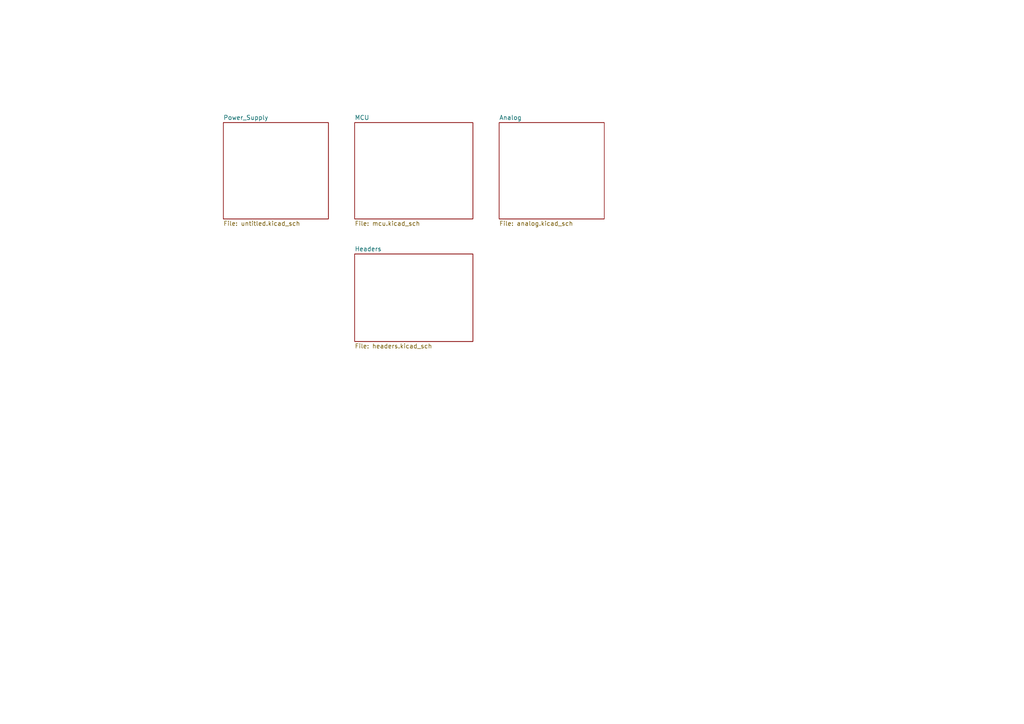
<source format=kicad_sch>
(kicad_sch (version 20230121) (generator eeschema)
  (paper "A4")
  (lib_symbols)
  (sheet (at 144.78 35.56) (size 30.48 27.94) (stroke (width 0.1524))
    (property "Sheetname" "Analog" (at 144.78 34.8484 0) (effects (justify left bottom)))
    (property "Sheetfile" "analog.kicad_sch" (at 144.78 64.0846 0) (effects (justify left top)))
  )
  (sheet (at 102.87 73.66) (size 34.29 25.4) (stroke (width 0.1524))
    (property "Sheetname" "Headers" (at 102.87 72.9484 0) (effects (justify left bottom)))
    (property "Sheetfile" "headers.kicad_sch" (at 102.87 99.6446 0) (effects (justify left top)))
  )
  (sheet (at 64.77 35.56) (size 30.48 27.94) (stroke (width 0.1524))
    (property "Sheetname" "Power_Supply" (at 64.77 34.8484 0) (effects (justify left bottom)))
    (property "Sheetfile" "untitled.kicad_sch" (at 64.77 64.0846 0) (effects (justify left top)))
  )
  (sheet (at 102.87 35.56) (size 34.29 27.94) (stroke (width 0.1524))
    (property "Sheetname" "MCU" (at 102.87 34.8484 0) (effects (justify left bottom)))
    (property "Sheetfile" "mcu.kicad_sch" (at 102.87 64.0846 0) (effects (justify left top)))
  )
)
</source>
